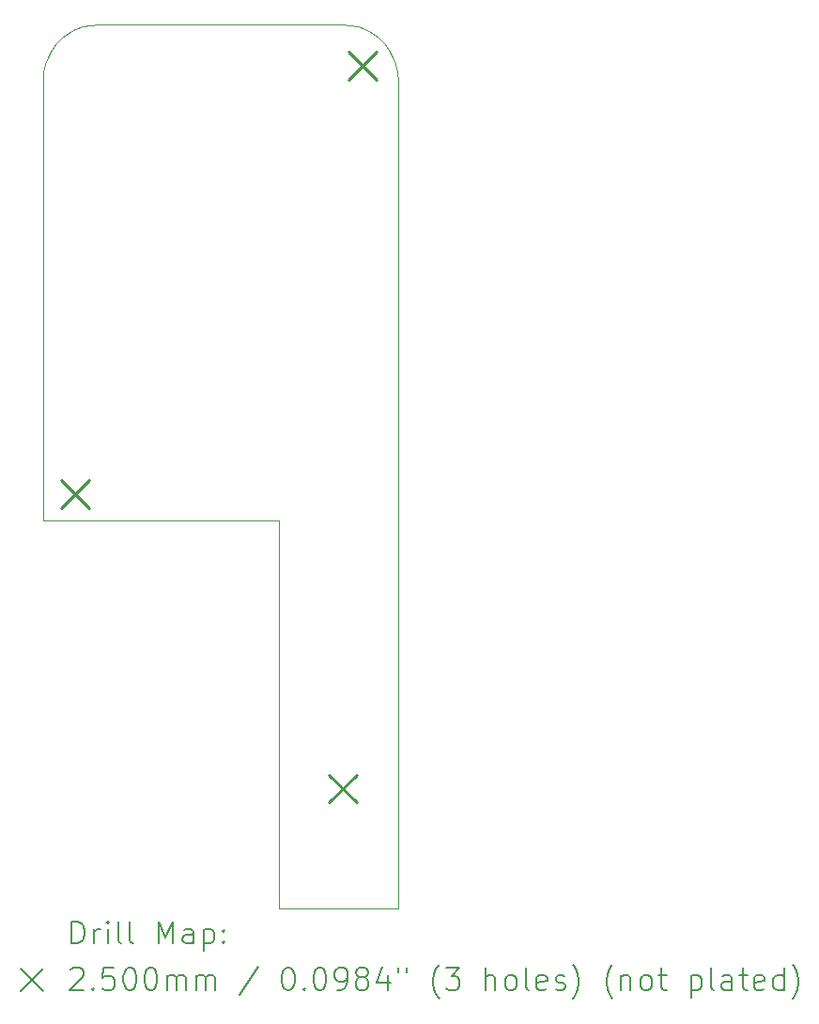
<source format=gbr>
%TF.GenerationSoftware,KiCad,Pcbnew,7.0.7*%
%TF.CreationDate,2024-05-31T07:58:15-05:00*%
%TF.ProjectId,ThinkTankTimerVote,5468696e-6b54-4616-9e6b-54696d657256,rev?*%
%TF.SameCoordinates,Original*%
%TF.FileFunction,Drillmap*%
%TF.FilePolarity,Positive*%
%FSLAX45Y45*%
G04 Gerber Fmt 4.5, Leading zero omitted, Abs format (unit mm)*
G04 Created by KiCad (PCBNEW 7.0.7) date 2024-05-31 07:58:15*
%MOMM*%
%LPD*%
G01*
G04 APERTURE LIST*
%ADD10C,0.003779*%
%ADD11C,0.200000*%
%ADD12C,0.250000*%
G04 APERTURE END LIST*
D10*
X16975000Y-6911600D02*
X17025500Y-6861100D01*
X17212000Y-6759300D02*
X17281700Y-6744100D01*
X18452900Y-6739000D02*
X19552900Y-6739000D01*
X19760600Y-6784200D02*
X19823200Y-6818400D01*
X20032600Y-7098100D02*
X20047800Y-7167800D01*
X19693800Y-6759300D02*
X19760600Y-6784200D01*
X18979300Y-14710000D02*
X18979300Y-11210000D01*
X17145200Y-6784200D02*
X17212000Y-6759300D01*
X16932300Y-6968700D02*
X16975000Y-6911600D01*
X16898100Y-7031300D02*
X16932300Y-6968700D01*
X20052900Y-10724500D02*
X20052900Y-11210000D01*
X16852900Y-10724500D02*
X16852900Y-7447700D01*
X20052900Y-11210000D02*
X20052900Y-14710000D01*
X16858000Y-7167800D02*
X16873200Y-7098100D01*
X16852900Y-7447700D02*
X16852900Y-7239000D01*
X19552900Y-6739000D02*
X19624100Y-6744100D01*
X20052900Y-7447700D02*
X20052900Y-10724500D01*
X20047800Y-7167800D02*
X20052900Y-7239000D01*
X19973500Y-6968700D02*
X20007700Y-7031300D01*
X19624100Y-6744100D02*
X19693800Y-6759300D01*
X16852900Y-11210000D02*
X16852900Y-10724500D01*
X17281700Y-6744100D02*
X17352900Y-6739000D01*
X19823200Y-6818400D02*
X19880300Y-6861100D01*
X17025500Y-6861100D02*
X17082600Y-6818400D01*
X17352900Y-6739000D02*
X18452900Y-6739000D01*
X19880300Y-6861100D02*
X19930800Y-6911600D01*
X20007700Y-7031300D02*
X20032600Y-7098100D01*
X16852900Y-7239000D02*
X16858000Y-7167800D01*
X16873200Y-7098100D02*
X16898100Y-7031300D01*
X17082600Y-6818400D02*
X17145200Y-6784200D01*
X19930800Y-6911600D02*
X19973500Y-6968700D01*
X20052900Y-7239000D02*
X20052900Y-7447700D01*
X20052900Y-14710000D02*
X18979300Y-14710000D01*
X18979300Y-11210000D02*
X16852900Y-11210000D01*
D11*
D12*
X17020000Y-10847800D02*
X17270000Y-11097800D01*
X17270000Y-10847800D02*
X17020000Y-11097800D01*
X19433000Y-13502100D02*
X19683000Y-13752100D01*
X19683000Y-13502100D02*
X19433000Y-13752100D01*
X19610800Y-6987000D02*
X19860800Y-7237000D01*
X19860800Y-6987000D02*
X19610800Y-7237000D01*
D11*
X17113488Y-15021673D02*
X17113488Y-14821673D01*
X17113488Y-14821673D02*
X17161107Y-14821673D01*
X17161107Y-14821673D02*
X17189678Y-14831196D01*
X17189678Y-14831196D02*
X17208726Y-14850244D01*
X17208726Y-14850244D02*
X17218250Y-14869292D01*
X17218250Y-14869292D02*
X17227774Y-14907387D01*
X17227774Y-14907387D02*
X17227774Y-14935958D01*
X17227774Y-14935958D02*
X17218250Y-14974053D01*
X17218250Y-14974053D02*
X17208726Y-14993101D01*
X17208726Y-14993101D02*
X17189678Y-15012149D01*
X17189678Y-15012149D02*
X17161107Y-15021673D01*
X17161107Y-15021673D02*
X17113488Y-15021673D01*
X17313488Y-15021673D02*
X17313488Y-14888339D01*
X17313488Y-14926434D02*
X17323012Y-14907387D01*
X17323012Y-14907387D02*
X17332536Y-14897863D01*
X17332536Y-14897863D02*
X17351583Y-14888339D01*
X17351583Y-14888339D02*
X17370631Y-14888339D01*
X17437297Y-15021673D02*
X17437297Y-14888339D01*
X17437297Y-14821673D02*
X17427774Y-14831196D01*
X17427774Y-14831196D02*
X17437297Y-14840720D01*
X17437297Y-14840720D02*
X17446821Y-14831196D01*
X17446821Y-14831196D02*
X17437297Y-14821673D01*
X17437297Y-14821673D02*
X17437297Y-14840720D01*
X17561107Y-15021673D02*
X17542059Y-15012149D01*
X17542059Y-15012149D02*
X17532536Y-14993101D01*
X17532536Y-14993101D02*
X17532536Y-14821673D01*
X17665869Y-15021673D02*
X17646821Y-15012149D01*
X17646821Y-15012149D02*
X17637297Y-14993101D01*
X17637297Y-14993101D02*
X17637297Y-14821673D01*
X17894440Y-15021673D02*
X17894440Y-14821673D01*
X17894440Y-14821673D02*
X17961107Y-14964530D01*
X17961107Y-14964530D02*
X18027774Y-14821673D01*
X18027774Y-14821673D02*
X18027774Y-15021673D01*
X18208726Y-15021673D02*
X18208726Y-14916911D01*
X18208726Y-14916911D02*
X18199202Y-14897863D01*
X18199202Y-14897863D02*
X18180155Y-14888339D01*
X18180155Y-14888339D02*
X18142059Y-14888339D01*
X18142059Y-14888339D02*
X18123012Y-14897863D01*
X18208726Y-15012149D02*
X18189678Y-15021673D01*
X18189678Y-15021673D02*
X18142059Y-15021673D01*
X18142059Y-15021673D02*
X18123012Y-15012149D01*
X18123012Y-15012149D02*
X18113488Y-14993101D01*
X18113488Y-14993101D02*
X18113488Y-14974053D01*
X18113488Y-14974053D02*
X18123012Y-14955006D01*
X18123012Y-14955006D02*
X18142059Y-14945482D01*
X18142059Y-14945482D02*
X18189678Y-14945482D01*
X18189678Y-14945482D02*
X18208726Y-14935958D01*
X18303964Y-14888339D02*
X18303964Y-15088339D01*
X18303964Y-14897863D02*
X18323012Y-14888339D01*
X18323012Y-14888339D02*
X18361107Y-14888339D01*
X18361107Y-14888339D02*
X18380155Y-14897863D01*
X18380155Y-14897863D02*
X18389678Y-14907387D01*
X18389678Y-14907387D02*
X18399202Y-14926434D01*
X18399202Y-14926434D02*
X18399202Y-14983577D01*
X18399202Y-14983577D02*
X18389678Y-15002625D01*
X18389678Y-15002625D02*
X18380155Y-15012149D01*
X18380155Y-15012149D02*
X18361107Y-15021673D01*
X18361107Y-15021673D02*
X18323012Y-15021673D01*
X18323012Y-15021673D02*
X18303964Y-15012149D01*
X18484917Y-15002625D02*
X18494440Y-15012149D01*
X18494440Y-15012149D02*
X18484917Y-15021673D01*
X18484917Y-15021673D02*
X18475393Y-15012149D01*
X18475393Y-15012149D02*
X18484917Y-15002625D01*
X18484917Y-15002625D02*
X18484917Y-15021673D01*
X18484917Y-14897863D02*
X18494440Y-14907387D01*
X18494440Y-14907387D02*
X18484917Y-14916911D01*
X18484917Y-14916911D02*
X18475393Y-14907387D01*
X18475393Y-14907387D02*
X18484917Y-14897863D01*
X18484917Y-14897863D02*
X18484917Y-14916911D01*
X16652711Y-15250189D02*
X16852711Y-15450189D01*
X16852711Y-15250189D02*
X16652711Y-15450189D01*
X17103964Y-15260720D02*
X17113488Y-15251196D01*
X17113488Y-15251196D02*
X17132536Y-15241673D01*
X17132536Y-15241673D02*
X17180155Y-15241673D01*
X17180155Y-15241673D02*
X17199202Y-15251196D01*
X17199202Y-15251196D02*
X17208726Y-15260720D01*
X17208726Y-15260720D02*
X17218250Y-15279768D01*
X17218250Y-15279768D02*
X17218250Y-15298815D01*
X17218250Y-15298815D02*
X17208726Y-15327387D01*
X17208726Y-15327387D02*
X17094440Y-15441673D01*
X17094440Y-15441673D02*
X17218250Y-15441673D01*
X17303964Y-15422625D02*
X17313488Y-15432149D01*
X17313488Y-15432149D02*
X17303964Y-15441673D01*
X17303964Y-15441673D02*
X17294440Y-15432149D01*
X17294440Y-15432149D02*
X17303964Y-15422625D01*
X17303964Y-15422625D02*
X17303964Y-15441673D01*
X17494440Y-15241673D02*
X17399202Y-15241673D01*
X17399202Y-15241673D02*
X17389678Y-15336911D01*
X17389678Y-15336911D02*
X17399202Y-15327387D01*
X17399202Y-15327387D02*
X17418250Y-15317863D01*
X17418250Y-15317863D02*
X17465869Y-15317863D01*
X17465869Y-15317863D02*
X17484917Y-15327387D01*
X17484917Y-15327387D02*
X17494440Y-15336911D01*
X17494440Y-15336911D02*
X17503964Y-15355958D01*
X17503964Y-15355958D02*
X17503964Y-15403577D01*
X17503964Y-15403577D02*
X17494440Y-15422625D01*
X17494440Y-15422625D02*
X17484917Y-15432149D01*
X17484917Y-15432149D02*
X17465869Y-15441673D01*
X17465869Y-15441673D02*
X17418250Y-15441673D01*
X17418250Y-15441673D02*
X17399202Y-15432149D01*
X17399202Y-15432149D02*
X17389678Y-15422625D01*
X17627774Y-15241673D02*
X17646821Y-15241673D01*
X17646821Y-15241673D02*
X17665869Y-15251196D01*
X17665869Y-15251196D02*
X17675393Y-15260720D01*
X17675393Y-15260720D02*
X17684917Y-15279768D01*
X17684917Y-15279768D02*
X17694440Y-15317863D01*
X17694440Y-15317863D02*
X17694440Y-15365482D01*
X17694440Y-15365482D02*
X17684917Y-15403577D01*
X17684917Y-15403577D02*
X17675393Y-15422625D01*
X17675393Y-15422625D02*
X17665869Y-15432149D01*
X17665869Y-15432149D02*
X17646821Y-15441673D01*
X17646821Y-15441673D02*
X17627774Y-15441673D01*
X17627774Y-15441673D02*
X17608726Y-15432149D01*
X17608726Y-15432149D02*
X17599202Y-15422625D01*
X17599202Y-15422625D02*
X17589678Y-15403577D01*
X17589678Y-15403577D02*
X17580155Y-15365482D01*
X17580155Y-15365482D02*
X17580155Y-15317863D01*
X17580155Y-15317863D02*
X17589678Y-15279768D01*
X17589678Y-15279768D02*
X17599202Y-15260720D01*
X17599202Y-15260720D02*
X17608726Y-15251196D01*
X17608726Y-15251196D02*
X17627774Y-15241673D01*
X17818250Y-15241673D02*
X17837298Y-15241673D01*
X17837298Y-15241673D02*
X17856345Y-15251196D01*
X17856345Y-15251196D02*
X17865869Y-15260720D01*
X17865869Y-15260720D02*
X17875393Y-15279768D01*
X17875393Y-15279768D02*
X17884917Y-15317863D01*
X17884917Y-15317863D02*
X17884917Y-15365482D01*
X17884917Y-15365482D02*
X17875393Y-15403577D01*
X17875393Y-15403577D02*
X17865869Y-15422625D01*
X17865869Y-15422625D02*
X17856345Y-15432149D01*
X17856345Y-15432149D02*
X17837298Y-15441673D01*
X17837298Y-15441673D02*
X17818250Y-15441673D01*
X17818250Y-15441673D02*
X17799202Y-15432149D01*
X17799202Y-15432149D02*
X17789678Y-15422625D01*
X17789678Y-15422625D02*
X17780155Y-15403577D01*
X17780155Y-15403577D02*
X17770631Y-15365482D01*
X17770631Y-15365482D02*
X17770631Y-15317863D01*
X17770631Y-15317863D02*
X17780155Y-15279768D01*
X17780155Y-15279768D02*
X17789678Y-15260720D01*
X17789678Y-15260720D02*
X17799202Y-15251196D01*
X17799202Y-15251196D02*
X17818250Y-15241673D01*
X17970631Y-15441673D02*
X17970631Y-15308339D01*
X17970631Y-15327387D02*
X17980155Y-15317863D01*
X17980155Y-15317863D02*
X17999202Y-15308339D01*
X17999202Y-15308339D02*
X18027774Y-15308339D01*
X18027774Y-15308339D02*
X18046821Y-15317863D01*
X18046821Y-15317863D02*
X18056345Y-15336911D01*
X18056345Y-15336911D02*
X18056345Y-15441673D01*
X18056345Y-15336911D02*
X18065869Y-15317863D01*
X18065869Y-15317863D02*
X18084917Y-15308339D01*
X18084917Y-15308339D02*
X18113488Y-15308339D01*
X18113488Y-15308339D02*
X18132536Y-15317863D01*
X18132536Y-15317863D02*
X18142059Y-15336911D01*
X18142059Y-15336911D02*
X18142059Y-15441673D01*
X18237298Y-15441673D02*
X18237298Y-15308339D01*
X18237298Y-15327387D02*
X18246821Y-15317863D01*
X18246821Y-15317863D02*
X18265869Y-15308339D01*
X18265869Y-15308339D02*
X18294440Y-15308339D01*
X18294440Y-15308339D02*
X18313488Y-15317863D01*
X18313488Y-15317863D02*
X18323012Y-15336911D01*
X18323012Y-15336911D02*
X18323012Y-15441673D01*
X18323012Y-15336911D02*
X18332536Y-15317863D01*
X18332536Y-15317863D02*
X18351583Y-15308339D01*
X18351583Y-15308339D02*
X18380155Y-15308339D01*
X18380155Y-15308339D02*
X18399202Y-15317863D01*
X18399202Y-15317863D02*
X18408726Y-15336911D01*
X18408726Y-15336911D02*
X18408726Y-15441673D01*
X18799202Y-15232149D02*
X18627774Y-15489292D01*
X19056345Y-15241673D02*
X19075393Y-15241673D01*
X19075393Y-15241673D02*
X19094441Y-15251196D01*
X19094441Y-15251196D02*
X19103964Y-15260720D01*
X19103964Y-15260720D02*
X19113488Y-15279768D01*
X19113488Y-15279768D02*
X19123012Y-15317863D01*
X19123012Y-15317863D02*
X19123012Y-15365482D01*
X19123012Y-15365482D02*
X19113488Y-15403577D01*
X19113488Y-15403577D02*
X19103964Y-15422625D01*
X19103964Y-15422625D02*
X19094441Y-15432149D01*
X19094441Y-15432149D02*
X19075393Y-15441673D01*
X19075393Y-15441673D02*
X19056345Y-15441673D01*
X19056345Y-15441673D02*
X19037298Y-15432149D01*
X19037298Y-15432149D02*
X19027774Y-15422625D01*
X19027774Y-15422625D02*
X19018250Y-15403577D01*
X19018250Y-15403577D02*
X19008726Y-15365482D01*
X19008726Y-15365482D02*
X19008726Y-15317863D01*
X19008726Y-15317863D02*
X19018250Y-15279768D01*
X19018250Y-15279768D02*
X19027774Y-15260720D01*
X19027774Y-15260720D02*
X19037298Y-15251196D01*
X19037298Y-15251196D02*
X19056345Y-15241673D01*
X19208726Y-15422625D02*
X19218250Y-15432149D01*
X19218250Y-15432149D02*
X19208726Y-15441673D01*
X19208726Y-15441673D02*
X19199202Y-15432149D01*
X19199202Y-15432149D02*
X19208726Y-15422625D01*
X19208726Y-15422625D02*
X19208726Y-15441673D01*
X19342060Y-15241673D02*
X19361107Y-15241673D01*
X19361107Y-15241673D02*
X19380155Y-15251196D01*
X19380155Y-15251196D02*
X19389679Y-15260720D01*
X19389679Y-15260720D02*
X19399202Y-15279768D01*
X19399202Y-15279768D02*
X19408726Y-15317863D01*
X19408726Y-15317863D02*
X19408726Y-15365482D01*
X19408726Y-15365482D02*
X19399202Y-15403577D01*
X19399202Y-15403577D02*
X19389679Y-15422625D01*
X19389679Y-15422625D02*
X19380155Y-15432149D01*
X19380155Y-15432149D02*
X19361107Y-15441673D01*
X19361107Y-15441673D02*
X19342060Y-15441673D01*
X19342060Y-15441673D02*
X19323012Y-15432149D01*
X19323012Y-15432149D02*
X19313488Y-15422625D01*
X19313488Y-15422625D02*
X19303964Y-15403577D01*
X19303964Y-15403577D02*
X19294441Y-15365482D01*
X19294441Y-15365482D02*
X19294441Y-15317863D01*
X19294441Y-15317863D02*
X19303964Y-15279768D01*
X19303964Y-15279768D02*
X19313488Y-15260720D01*
X19313488Y-15260720D02*
X19323012Y-15251196D01*
X19323012Y-15251196D02*
X19342060Y-15241673D01*
X19503964Y-15441673D02*
X19542060Y-15441673D01*
X19542060Y-15441673D02*
X19561107Y-15432149D01*
X19561107Y-15432149D02*
X19570631Y-15422625D01*
X19570631Y-15422625D02*
X19589679Y-15394053D01*
X19589679Y-15394053D02*
X19599202Y-15355958D01*
X19599202Y-15355958D02*
X19599202Y-15279768D01*
X19599202Y-15279768D02*
X19589679Y-15260720D01*
X19589679Y-15260720D02*
X19580155Y-15251196D01*
X19580155Y-15251196D02*
X19561107Y-15241673D01*
X19561107Y-15241673D02*
X19523012Y-15241673D01*
X19523012Y-15241673D02*
X19503964Y-15251196D01*
X19503964Y-15251196D02*
X19494441Y-15260720D01*
X19494441Y-15260720D02*
X19484917Y-15279768D01*
X19484917Y-15279768D02*
X19484917Y-15327387D01*
X19484917Y-15327387D02*
X19494441Y-15346434D01*
X19494441Y-15346434D02*
X19503964Y-15355958D01*
X19503964Y-15355958D02*
X19523012Y-15365482D01*
X19523012Y-15365482D02*
X19561107Y-15365482D01*
X19561107Y-15365482D02*
X19580155Y-15355958D01*
X19580155Y-15355958D02*
X19589679Y-15346434D01*
X19589679Y-15346434D02*
X19599202Y-15327387D01*
X19713488Y-15327387D02*
X19694441Y-15317863D01*
X19694441Y-15317863D02*
X19684917Y-15308339D01*
X19684917Y-15308339D02*
X19675393Y-15289292D01*
X19675393Y-15289292D02*
X19675393Y-15279768D01*
X19675393Y-15279768D02*
X19684917Y-15260720D01*
X19684917Y-15260720D02*
X19694441Y-15251196D01*
X19694441Y-15251196D02*
X19713488Y-15241673D01*
X19713488Y-15241673D02*
X19751583Y-15241673D01*
X19751583Y-15241673D02*
X19770631Y-15251196D01*
X19770631Y-15251196D02*
X19780155Y-15260720D01*
X19780155Y-15260720D02*
X19789679Y-15279768D01*
X19789679Y-15279768D02*
X19789679Y-15289292D01*
X19789679Y-15289292D02*
X19780155Y-15308339D01*
X19780155Y-15308339D02*
X19770631Y-15317863D01*
X19770631Y-15317863D02*
X19751583Y-15327387D01*
X19751583Y-15327387D02*
X19713488Y-15327387D01*
X19713488Y-15327387D02*
X19694441Y-15336911D01*
X19694441Y-15336911D02*
X19684917Y-15346434D01*
X19684917Y-15346434D02*
X19675393Y-15365482D01*
X19675393Y-15365482D02*
X19675393Y-15403577D01*
X19675393Y-15403577D02*
X19684917Y-15422625D01*
X19684917Y-15422625D02*
X19694441Y-15432149D01*
X19694441Y-15432149D02*
X19713488Y-15441673D01*
X19713488Y-15441673D02*
X19751583Y-15441673D01*
X19751583Y-15441673D02*
X19770631Y-15432149D01*
X19770631Y-15432149D02*
X19780155Y-15422625D01*
X19780155Y-15422625D02*
X19789679Y-15403577D01*
X19789679Y-15403577D02*
X19789679Y-15365482D01*
X19789679Y-15365482D02*
X19780155Y-15346434D01*
X19780155Y-15346434D02*
X19770631Y-15336911D01*
X19770631Y-15336911D02*
X19751583Y-15327387D01*
X19961107Y-15308339D02*
X19961107Y-15441673D01*
X19913488Y-15232149D02*
X19865869Y-15375006D01*
X19865869Y-15375006D02*
X19989679Y-15375006D01*
X20056345Y-15241673D02*
X20056345Y-15279768D01*
X20132536Y-15241673D02*
X20132536Y-15279768D01*
X20427774Y-15517863D02*
X20418250Y-15508339D01*
X20418250Y-15508339D02*
X20399203Y-15479768D01*
X20399203Y-15479768D02*
X20389679Y-15460720D01*
X20389679Y-15460720D02*
X20380155Y-15432149D01*
X20380155Y-15432149D02*
X20370631Y-15384530D01*
X20370631Y-15384530D02*
X20370631Y-15346434D01*
X20370631Y-15346434D02*
X20380155Y-15298815D01*
X20380155Y-15298815D02*
X20389679Y-15270244D01*
X20389679Y-15270244D02*
X20399203Y-15251196D01*
X20399203Y-15251196D02*
X20418250Y-15222625D01*
X20418250Y-15222625D02*
X20427774Y-15213101D01*
X20484917Y-15241673D02*
X20608726Y-15241673D01*
X20608726Y-15241673D02*
X20542060Y-15317863D01*
X20542060Y-15317863D02*
X20570631Y-15317863D01*
X20570631Y-15317863D02*
X20589679Y-15327387D01*
X20589679Y-15327387D02*
X20599203Y-15336911D01*
X20599203Y-15336911D02*
X20608726Y-15355958D01*
X20608726Y-15355958D02*
X20608726Y-15403577D01*
X20608726Y-15403577D02*
X20599203Y-15422625D01*
X20599203Y-15422625D02*
X20589679Y-15432149D01*
X20589679Y-15432149D02*
X20570631Y-15441673D01*
X20570631Y-15441673D02*
X20513488Y-15441673D01*
X20513488Y-15441673D02*
X20494441Y-15432149D01*
X20494441Y-15432149D02*
X20484917Y-15422625D01*
X20846822Y-15441673D02*
X20846822Y-15241673D01*
X20932536Y-15441673D02*
X20932536Y-15336911D01*
X20932536Y-15336911D02*
X20923012Y-15317863D01*
X20923012Y-15317863D02*
X20903965Y-15308339D01*
X20903965Y-15308339D02*
X20875393Y-15308339D01*
X20875393Y-15308339D02*
X20856345Y-15317863D01*
X20856345Y-15317863D02*
X20846822Y-15327387D01*
X21056345Y-15441673D02*
X21037298Y-15432149D01*
X21037298Y-15432149D02*
X21027774Y-15422625D01*
X21027774Y-15422625D02*
X21018250Y-15403577D01*
X21018250Y-15403577D02*
X21018250Y-15346434D01*
X21018250Y-15346434D02*
X21027774Y-15327387D01*
X21027774Y-15327387D02*
X21037298Y-15317863D01*
X21037298Y-15317863D02*
X21056345Y-15308339D01*
X21056345Y-15308339D02*
X21084917Y-15308339D01*
X21084917Y-15308339D02*
X21103965Y-15317863D01*
X21103965Y-15317863D02*
X21113488Y-15327387D01*
X21113488Y-15327387D02*
X21123012Y-15346434D01*
X21123012Y-15346434D02*
X21123012Y-15403577D01*
X21123012Y-15403577D02*
X21113488Y-15422625D01*
X21113488Y-15422625D02*
X21103965Y-15432149D01*
X21103965Y-15432149D02*
X21084917Y-15441673D01*
X21084917Y-15441673D02*
X21056345Y-15441673D01*
X21237298Y-15441673D02*
X21218250Y-15432149D01*
X21218250Y-15432149D02*
X21208726Y-15413101D01*
X21208726Y-15413101D02*
X21208726Y-15241673D01*
X21389679Y-15432149D02*
X21370631Y-15441673D01*
X21370631Y-15441673D02*
X21332536Y-15441673D01*
X21332536Y-15441673D02*
X21313488Y-15432149D01*
X21313488Y-15432149D02*
X21303965Y-15413101D01*
X21303965Y-15413101D02*
X21303965Y-15336911D01*
X21303965Y-15336911D02*
X21313488Y-15317863D01*
X21313488Y-15317863D02*
X21332536Y-15308339D01*
X21332536Y-15308339D02*
X21370631Y-15308339D01*
X21370631Y-15308339D02*
X21389679Y-15317863D01*
X21389679Y-15317863D02*
X21399203Y-15336911D01*
X21399203Y-15336911D02*
X21399203Y-15355958D01*
X21399203Y-15355958D02*
X21303965Y-15375006D01*
X21475393Y-15432149D02*
X21494441Y-15441673D01*
X21494441Y-15441673D02*
X21532536Y-15441673D01*
X21532536Y-15441673D02*
X21551584Y-15432149D01*
X21551584Y-15432149D02*
X21561107Y-15413101D01*
X21561107Y-15413101D02*
X21561107Y-15403577D01*
X21561107Y-15403577D02*
X21551584Y-15384530D01*
X21551584Y-15384530D02*
X21532536Y-15375006D01*
X21532536Y-15375006D02*
X21503965Y-15375006D01*
X21503965Y-15375006D02*
X21484917Y-15365482D01*
X21484917Y-15365482D02*
X21475393Y-15346434D01*
X21475393Y-15346434D02*
X21475393Y-15336911D01*
X21475393Y-15336911D02*
X21484917Y-15317863D01*
X21484917Y-15317863D02*
X21503965Y-15308339D01*
X21503965Y-15308339D02*
X21532536Y-15308339D01*
X21532536Y-15308339D02*
X21551584Y-15317863D01*
X21627774Y-15517863D02*
X21637298Y-15508339D01*
X21637298Y-15508339D02*
X21656346Y-15479768D01*
X21656346Y-15479768D02*
X21665869Y-15460720D01*
X21665869Y-15460720D02*
X21675393Y-15432149D01*
X21675393Y-15432149D02*
X21684917Y-15384530D01*
X21684917Y-15384530D02*
X21684917Y-15346434D01*
X21684917Y-15346434D02*
X21675393Y-15298815D01*
X21675393Y-15298815D02*
X21665869Y-15270244D01*
X21665869Y-15270244D02*
X21656346Y-15251196D01*
X21656346Y-15251196D02*
X21637298Y-15222625D01*
X21637298Y-15222625D02*
X21627774Y-15213101D01*
X21989679Y-15517863D02*
X21980155Y-15508339D01*
X21980155Y-15508339D02*
X21961107Y-15479768D01*
X21961107Y-15479768D02*
X21951584Y-15460720D01*
X21951584Y-15460720D02*
X21942060Y-15432149D01*
X21942060Y-15432149D02*
X21932536Y-15384530D01*
X21932536Y-15384530D02*
X21932536Y-15346434D01*
X21932536Y-15346434D02*
X21942060Y-15298815D01*
X21942060Y-15298815D02*
X21951584Y-15270244D01*
X21951584Y-15270244D02*
X21961107Y-15251196D01*
X21961107Y-15251196D02*
X21980155Y-15222625D01*
X21980155Y-15222625D02*
X21989679Y-15213101D01*
X22065869Y-15308339D02*
X22065869Y-15441673D01*
X22065869Y-15327387D02*
X22075393Y-15317863D01*
X22075393Y-15317863D02*
X22094441Y-15308339D01*
X22094441Y-15308339D02*
X22123012Y-15308339D01*
X22123012Y-15308339D02*
X22142060Y-15317863D01*
X22142060Y-15317863D02*
X22151584Y-15336911D01*
X22151584Y-15336911D02*
X22151584Y-15441673D01*
X22275393Y-15441673D02*
X22256346Y-15432149D01*
X22256346Y-15432149D02*
X22246822Y-15422625D01*
X22246822Y-15422625D02*
X22237298Y-15403577D01*
X22237298Y-15403577D02*
X22237298Y-15346434D01*
X22237298Y-15346434D02*
X22246822Y-15327387D01*
X22246822Y-15327387D02*
X22256346Y-15317863D01*
X22256346Y-15317863D02*
X22275393Y-15308339D01*
X22275393Y-15308339D02*
X22303965Y-15308339D01*
X22303965Y-15308339D02*
X22323012Y-15317863D01*
X22323012Y-15317863D02*
X22332536Y-15327387D01*
X22332536Y-15327387D02*
X22342060Y-15346434D01*
X22342060Y-15346434D02*
X22342060Y-15403577D01*
X22342060Y-15403577D02*
X22332536Y-15422625D01*
X22332536Y-15422625D02*
X22323012Y-15432149D01*
X22323012Y-15432149D02*
X22303965Y-15441673D01*
X22303965Y-15441673D02*
X22275393Y-15441673D01*
X22399203Y-15308339D02*
X22475393Y-15308339D01*
X22427774Y-15241673D02*
X22427774Y-15413101D01*
X22427774Y-15413101D02*
X22437298Y-15432149D01*
X22437298Y-15432149D02*
X22456345Y-15441673D01*
X22456345Y-15441673D02*
X22475393Y-15441673D01*
X22694441Y-15308339D02*
X22694441Y-15508339D01*
X22694441Y-15317863D02*
X22713488Y-15308339D01*
X22713488Y-15308339D02*
X22751584Y-15308339D01*
X22751584Y-15308339D02*
X22770631Y-15317863D01*
X22770631Y-15317863D02*
X22780155Y-15327387D01*
X22780155Y-15327387D02*
X22789679Y-15346434D01*
X22789679Y-15346434D02*
X22789679Y-15403577D01*
X22789679Y-15403577D02*
X22780155Y-15422625D01*
X22780155Y-15422625D02*
X22770631Y-15432149D01*
X22770631Y-15432149D02*
X22751584Y-15441673D01*
X22751584Y-15441673D02*
X22713488Y-15441673D01*
X22713488Y-15441673D02*
X22694441Y-15432149D01*
X22903965Y-15441673D02*
X22884917Y-15432149D01*
X22884917Y-15432149D02*
X22875393Y-15413101D01*
X22875393Y-15413101D02*
X22875393Y-15241673D01*
X23065869Y-15441673D02*
X23065869Y-15336911D01*
X23065869Y-15336911D02*
X23056346Y-15317863D01*
X23056346Y-15317863D02*
X23037298Y-15308339D01*
X23037298Y-15308339D02*
X22999203Y-15308339D01*
X22999203Y-15308339D02*
X22980155Y-15317863D01*
X23065869Y-15432149D02*
X23046822Y-15441673D01*
X23046822Y-15441673D02*
X22999203Y-15441673D01*
X22999203Y-15441673D02*
X22980155Y-15432149D01*
X22980155Y-15432149D02*
X22970631Y-15413101D01*
X22970631Y-15413101D02*
X22970631Y-15394053D01*
X22970631Y-15394053D02*
X22980155Y-15375006D01*
X22980155Y-15375006D02*
X22999203Y-15365482D01*
X22999203Y-15365482D02*
X23046822Y-15365482D01*
X23046822Y-15365482D02*
X23065869Y-15355958D01*
X23132536Y-15308339D02*
X23208726Y-15308339D01*
X23161107Y-15241673D02*
X23161107Y-15413101D01*
X23161107Y-15413101D02*
X23170631Y-15432149D01*
X23170631Y-15432149D02*
X23189679Y-15441673D01*
X23189679Y-15441673D02*
X23208726Y-15441673D01*
X23351584Y-15432149D02*
X23332536Y-15441673D01*
X23332536Y-15441673D02*
X23294441Y-15441673D01*
X23294441Y-15441673D02*
X23275393Y-15432149D01*
X23275393Y-15432149D02*
X23265869Y-15413101D01*
X23265869Y-15413101D02*
X23265869Y-15336911D01*
X23265869Y-15336911D02*
X23275393Y-15317863D01*
X23275393Y-15317863D02*
X23294441Y-15308339D01*
X23294441Y-15308339D02*
X23332536Y-15308339D01*
X23332536Y-15308339D02*
X23351584Y-15317863D01*
X23351584Y-15317863D02*
X23361107Y-15336911D01*
X23361107Y-15336911D02*
X23361107Y-15355958D01*
X23361107Y-15355958D02*
X23265869Y-15375006D01*
X23532536Y-15441673D02*
X23532536Y-15241673D01*
X23532536Y-15432149D02*
X23513488Y-15441673D01*
X23513488Y-15441673D02*
X23475393Y-15441673D01*
X23475393Y-15441673D02*
X23456346Y-15432149D01*
X23456346Y-15432149D02*
X23446822Y-15422625D01*
X23446822Y-15422625D02*
X23437298Y-15403577D01*
X23437298Y-15403577D02*
X23437298Y-15346434D01*
X23437298Y-15346434D02*
X23446822Y-15327387D01*
X23446822Y-15327387D02*
X23456346Y-15317863D01*
X23456346Y-15317863D02*
X23475393Y-15308339D01*
X23475393Y-15308339D02*
X23513488Y-15308339D01*
X23513488Y-15308339D02*
X23532536Y-15317863D01*
X23608727Y-15517863D02*
X23618250Y-15508339D01*
X23618250Y-15508339D02*
X23637298Y-15479768D01*
X23637298Y-15479768D02*
X23646822Y-15460720D01*
X23646822Y-15460720D02*
X23656346Y-15432149D01*
X23656346Y-15432149D02*
X23665869Y-15384530D01*
X23665869Y-15384530D02*
X23665869Y-15346434D01*
X23665869Y-15346434D02*
X23656346Y-15298815D01*
X23656346Y-15298815D02*
X23646822Y-15270244D01*
X23646822Y-15270244D02*
X23637298Y-15251196D01*
X23637298Y-15251196D02*
X23618250Y-15222625D01*
X23618250Y-15222625D02*
X23608727Y-15213101D01*
M02*

</source>
